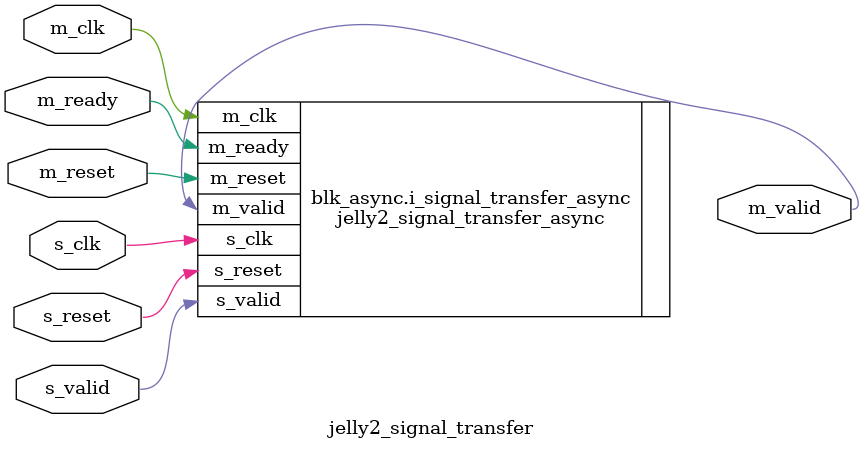
<source format=sv>



`timescale 1ns / 1ps
`default_nettype none




module jelly2_signal_transfer
        #(
            parameter   bit     ASYNC         = 1,
            parameter   int     PTR_WIDTH      = 6,
            parameter   int     CAPACITY_WIDTH = 8
        )
        (
            input   wire    s_reset,
            input   wire    s_clk,
            input   wire    s_valid,
            
            input   wire    m_reset,
            input   wire    m_clk,
            output  wire    m_valid,
            input   wire    m_ready
        );
    
    
    generate
    if ( ASYNC ) begin : blk_async
        jelly2_signal_transfer_async
                #(
                    .PTR_WIDTH      (PTR_WIDTH),
                    .CAPACITY_WIDTH (CAPACITY_WIDTH)
                )
            i_signal_transfer_async
                (
                    .s_reset        (s_reset),
                    .s_clk          (s_clk),
                    .s_valid        (s_valid),
                    
                    .m_reset        (m_reset),
                    .m_clk          (m_clk),
                    .m_valid        (m_valid),
                    .m_ready        (m_ready)
                );
    end
    else begin : blk_sync
        jelly2_signal_transfer_sync
                #(
                    .CAPACITY_WIDTH (CAPACITY_WIDTH)
                )
            i_signal_transfer_sync
                (
                    .reset          (s_reset),
                    .clk            (s_clk),
                    .s_valid        (s_valid),
                    
                    .m_valid        (m_valid),
                    .m_ready        (m_ready)
                );
    end
    endgenerate

endmodule


`default_nettype wire


// end of file

</source>
